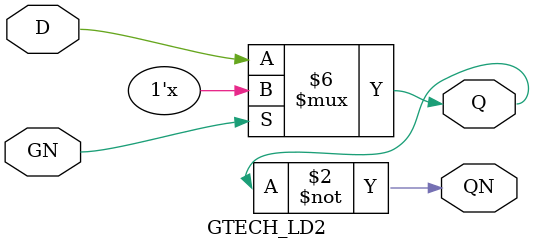
<source format=v>




module GTECH_LD2 (D, GN, Q, QN); 
	input D, GN;
	output Q, QN;

	reg Q, QN;

	always @(Q)
        begin
                QN = ~Q;
        end

        always @(GN or D)
        begin
            if (!GN) 
		Q = D;
        end

endmodule




</source>
